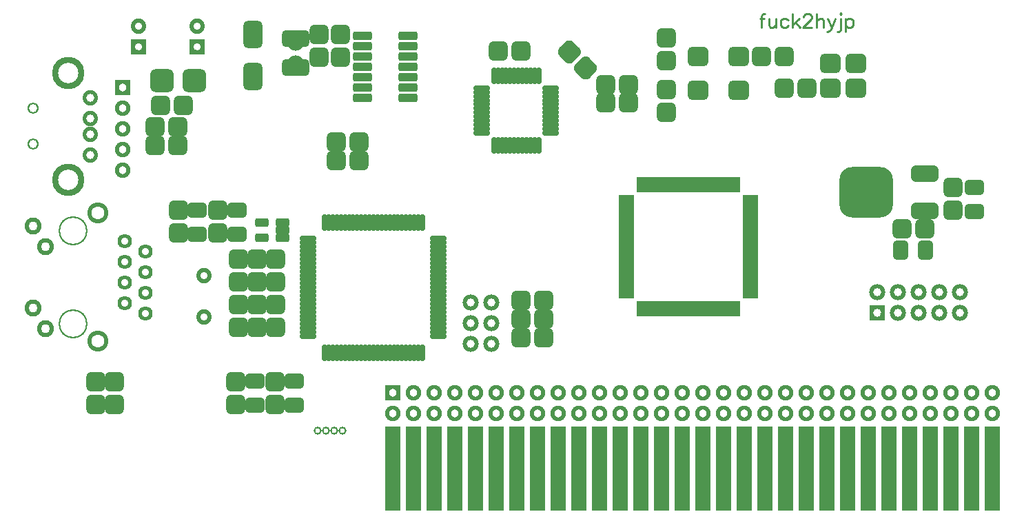
<source format=gts>
G04*
G04  File:            ZXINET.GTS, Tue Jan 09 00:42:33 2018*
G04  Source:          P-CAD 2006 PCB, Version 19.02.958, (Z:\home\lvd\d\zxiznet\pcad\revC\zxinet.pcb)*
G04  Format:          Gerber Format (RS-274-D), ASCII*
G04*
G04  Format Options:  Absolute Positioning*
G04                   Leading-Zero Suppression*
G04                   Scale Factor 1:1*
G04                   NO Circular Interpolation*
G04                   Millimeter Units*
G04                   Numeric Format: 4.4 (XXXX.XXXX)*
G04                   G54 NOT Used for Aperture Change*
G04                   Apertures Embedded*
G04*
G04  File Options:    Offset = (0.000mm,0.000mm)*
G04                   Drill Symbol Size = 2.032mm*
G04                   No Pad/Via Holes*
G04*
G04  File Contents:   Pads*
G04                   No Vias*
G04                   No Designators*
G04                   No Types*
G04                   No Values*
G04                   No Drill Symbols*
G04                   Top Mask*
G04*
%INZXINET.GTS*%
%ICAS*%
%MOMM*%
G04*
G04  Aperture MACROs for general use --- invoked via D-code assignment *
G04*
G04  General MACRO for flashed round with rotation and/or offset hole *
%AMROTOFFROUND*
1,1,$1,0.0000,0.0000*
1,0,$2,$3,$4*%
G04*
G04  General MACRO for flashed oval (obround) with rotation and/or offset hole *
%AMROTOFFOVAL*
21,1,$1,$2,0.0000,0.0000,$3*
1,1,$4,$5,$6*
1,1,$4,0-$5,0-$6*
1,0,$7,$8,$9*%
G04*
G04  General MACRO for flashed oval (obround) with rotation and no hole *
%AMROTOVALNOHOLE*
21,1,$1,$2,0.0000,0.0000,$3*
1,1,$4,$5,$6*
1,1,$4,0-$5,0-$6*%
G04*
G04  General MACRO for flashed rectangle with rotation and/or offset hole *
%AMROTOFFRECT*
21,1,$1,$2,0.0000,0.0000,$3*
1,0,$4,$5,$6*%
G04*
G04  General MACRO for flashed rectangle with rotation and no hole *
%AMROTRECTNOHOLE*
21,1,$1,$2,0.0000,0.0000,$3*%
G04*
G04  General MACRO for flashed rounded-rectangle *
%AMROUNDRECT*
21,1,$1,$2-$4,0.0000,0.0000,$3*
21,1,$1-$4,$2,0.0000,0.0000,$3*
1,1,$4,$5,$6*
1,1,$4,$7,$8*
1,1,$4,0-$5,0-$6*
1,1,$4,0-$7,0-$8*
1,0,$9,$10,$11*%
G04*
G04  General MACRO for flashed rounded-rectangle with rotation and no hole *
%AMROUNDRECTNOHOLE*
21,1,$1,$2-$4,0.0000,0.0000,$3*
21,1,$1-$4,$2,0.0000,0.0000,$3*
1,1,$4,$5,$6*
1,1,$4,$7,$8*
1,1,$4,0-$5,0-$6*
1,1,$4,0-$7,0-$8*%
G04*
G04  General MACRO for flashed regular polygon *
%AMREGPOLY*
5,1,$1,0.0000,0.0000,$2,$3+$4*
1,0,$5,$6,$7*%
G04*
G04  General MACRO for flashed regular polygon with no hole *
%AMREGPOLYNOHOLE*
5,1,$1,0.0000,0.0000,$2,$3+$4*%
G04*
G04  General MACRO for target *
%AMTARGET*
6,0,0,$1,$2,$3,4,$4,$5,$6*%
G04*
G04  General MACRO for mounting hole *
%AMMTHOLE*
1,1,$1,0,0*
1,0,$2,0,0*
$1=$1-$2*
$1=$1/2*
21,1,$2+$1,$3,0,0,$4*
21,1,$3,$2+$1,0,0,$4*%
G04*
G04*
G04  D10 : "Ellipse X0.254mm Y0.254mm H0.000mm 0.0deg (0.000mm,0.000mm) Draw"*
G04  Disc: OuterDia=0.2540*
%ADD10C, 0.2540*%
G04  D11 : "Ellipse X0.381mm Y0.381mm H0.000mm 0.0deg (0.000mm,0.000mm) Draw"*
G04  Disc: OuterDia=0.3810*
%ADD11C, 0.3810*%
G04  D12 : "Ellipse X0.500mm Y0.500mm H0.000mm 0.0deg (0.000mm,0.000mm) Draw"*
G04  Disc: OuterDia=0.5000*
%ADD12C, 0.5000*%
G04  D13 : "Ellipse X0.070mm Y0.070mm H0.000mm 0.0deg (0.000mm,0.000mm) Draw"*
G04  Disc: OuterDia=0.0700*
%ADD13C, 0.0700*%
G04  D14 : "Ellipse X0.600mm Y0.600mm H0.000mm 0.0deg (0.000mm,0.000mm) Draw"*
G04  Disc: OuterDia=0.6000*
%ADD14C, 0.6000*%
G04  D15 : "Ellipse X0.700mm Y0.700mm H0.000mm 0.0deg (0.000mm,0.000mm) Draw"*
G04  Disc: OuterDia=0.7000*
%ADD15C, 0.7000*%
G04  D16 : "Ellipse X0.100mm Y0.100mm H0.000mm 0.0deg (0.000mm,0.000mm) Draw"*
G04  Disc: OuterDia=0.1000*
%ADD16C, 0.1000*%
G04  D17 : "Ellipse X1.000mm Y1.000mm H0.000mm 0.0deg (0.000mm,0.000mm) Draw"*
G04  Disc: OuterDia=1.0000*
%ADD17C, 1.0000*%
G04  D18 : "Ellipse X0.127mm Y0.127mm H0.000mm 0.0deg (0.000mm,0.000mm) Draw"*
G04  Disc: OuterDia=0.1270*
%ADD18C, 0.1270*%
G04  D19 : "Ellipse X0.150mm Y0.150mm H0.000mm 0.0deg (0.000mm,0.000mm) Draw"*
G04  Disc: OuterDia=0.1500*
%ADD19C, 0.1500*%
G04  D20 : "Ellipse X0.200mm Y0.200mm H0.000mm 0.0deg (0.000mm,0.000mm) Draw"*
G04  Disc: OuterDia=0.2000*
%ADD20C, 0.2000*%
G04  D21 : "Ellipse X0.250mm Y0.250mm H0.000mm 0.0deg (0.000mm,0.000mm) Draw"*
G04  Disc: OuterDia=0.2500*
%ADD21C, 0.2500*%
G04  D22 : "Ellipse X0.250mm Y0.250mm H0.000mm 0.0deg (0.000mm,0.000mm) Draw"*
G04  Disc: OuterDia=0.2500*
%ADD22C, 0.2500*%
G04  D23 : "Ellipse X2.581mm Y2.581mm H1.600mm 0.0deg (0.000mm,0.000mm) Flash"*
G04  Donut: OuterDia=2.5810, HoleDia=1.6000*
%ADD23C, 2.5810 X1.6000*%
G04  D24 : "Ellipse X3.581mm Y3.581mm H3.200mm 0.0deg (0.000mm,0.000mm) Flash"*
G04  Donut: OuterDia=3.5810, HoleDia=3.2000*
%ADD24C, 3.5810 X3.2000*%
G04  D25 : "Ellipse X3.600mm Y3.600mm H2.500mm 0.0deg (0.000mm,0.000mm) Flash"*
G04  Donut: OuterDia=3.6000, HoleDia=2.5000*
%ADD25C, 3.6000 X2.5000*%
G04  D26 : "Ellipse X3.981mm Y3.981mm H2.500mm 0.0deg (0.000mm,0.000mm) Flash"*
G04  Donut: OuterDia=3.9810, HoleDia=2.5000*
%ADD26C, 3.9810 X2.5000*%
G04  D27 : "Ellipse X0.981mm Y0.981mm H0.600mm 0.0deg (0.000mm,0.000mm) Flash"*
G04  Donut: OuterDia=0.9810, HoleDia=0.6000*
%ADD27C, 0.9810 X0.6000*%
G04  D28 : "Ellipse X1.381mm Y1.381mm H1.000mm 0.0deg (0.000mm,0.000mm) Flash"*
G04  Donut: OuterDia=1.3810, HoleDia=1.0000*
%ADD28C, 1.3810 X1.0000*%
G04  D29 : "Ellipse X1.400mm Y1.400mm H0.900mm 0.0deg (0.000mm,0.000mm) Flash"*
G04  Donut: OuterDia=1.4000, HoleDia=0.9000*
%ADD29C, 1.4000 X0.9000*%
G04  D30 : "Ellipse X1.500mm Y1.500mm H0.900mm 0.0deg (0.000mm,0.000mm) Flash"*
G04  Donut: OuterDia=1.5000, HoleDia=0.9000*
%ADD30C, 1.5000 X0.9000*%
G04  D31 : "Ellipse X1.500mm Y1.500mm H1.000mm 0.0deg (0.000mm,0.000mm) Flash"*
G04  Donut: OuterDia=1.5000, HoleDia=1.0000*
%ADD31C, 1.5000 X1.0000*%
G04  D32 : "Ellipse X1.524mm Y1.524mm H0.965mm 0.0deg (0.000mm,0.000mm) Flash"*
G04  Donut: OuterDia=1.5240, HoleDia=0.9652*
%ADD32C, 1.5240 X0.9652*%
G04  D33 : "Ellipse X1.600mm Y1.600mm H1.000mm 0.0deg (0.000mm,0.000mm) Flash"*
G04  Donut: OuterDia=1.6000, HoleDia=1.0000*
%ADD33C, 1.6000 X1.0000*%
G04  D34 : "Ellipse X1.700mm Y1.700mm H1.100mm 0.0deg (0.000mm,0.000mm) Flash"*
G04  Donut: OuterDia=1.7000, HoleDia=1.1000*
%ADD34C, 1.7000 X1.1000*%
G04  D35 : "Ellipse X1.781mm Y1.781mm H0.900mm 0.0deg (0.000mm,0.000mm) Flash"*
G04  Donut: OuterDia=1.7810, HoleDia=0.9000*
%ADD35C, 1.7810 X0.9000*%
G04  D36 : "Ellipse X1.881mm Y1.881mm H0.900mm 0.0deg (0.000mm,0.000mm) Flash"*
G04  Donut: OuterDia=1.8810, HoleDia=0.9000*
%ADD36C, 1.8810 X0.9000*%
G04  D37 : "Ellipse X1.881mm Y1.881mm H1.000mm 0.0deg (0.000mm,0.000mm) Flash"*
G04  Donut: OuterDia=1.8810, HoleDia=1.0000*
%ADD37C, 1.8810 X1.0000*%
G04  D38 : "Ellipse X1.905mm Y1.905mm H0.965mm 0.0deg (0.000mm,0.000mm) Flash"*
G04  Donut: OuterDia=1.9050, HoleDia=0.9652*
%ADD38C, 1.9050 X0.9652*%
G04  D39 : "Ellipse X1.981mm Y1.981mm H1.000mm 0.0deg (0.000mm,0.000mm) Flash"*
G04  Donut: OuterDia=1.9810, HoleDia=1.0000*
%ADD39C, 1.9810 X1.0000*%
G04  D40 : "Ellipse X2.081mm Y2.081mm H1.100mm 0.0deg (0.000mm,0.000mm) Flash"*
G04  Donut: OuterDia=2.0810, HoleDia=1.1000*
%ADD40C, 2.0810 X1.1000*%
G04  D41 : "Ellipse X2.200mm Y2.200mm H1.600mm 0.0deg (0.000mm,0.000mm) Flash"*
G04  Donut: OuterDia=2.2000, HoleDia=1.6000*
%ADD41C, 2.2000 X1.6000*%
G04  D42 : "Mounting Hole X3.200mm Y3.200mm H3.200mm 0.0deg (0.000mm,0.000mm) Flash"*
G04  Mounting Hole: Diameter=3.2000, Rotation=0.0, LineWidth=0.1270 *
%ADD42MTHOLE, 3.2000 X2.6920 X0.1270 X0.0*%
G04  D43 : "Mounting Hole X0.600mm Y0.600mm H0.600mm 0.0deg (0.000mm,0.000mm) Flash"*
G04  Mounting Hole: Diameter=0.6000, Rotation=0.0, LineWidth=0.1270 *
%ADD43MTHOLE, 0.6000 X0.0920 X0.1270 X0.0*%
G04  D44 : "Mounting Hole X1.000mm Y1.000mm H1.000mm 0.0deg (0.000mm,0.000mm) Flash"*
G04  Mounting Hole: Diameter=1.0000, Rotation=0.0, LineWidth=0.1270 *
%ADD44MTHOLE, 1.0000 X0.4920 X0.1270 X0.0*%
G04  D45 : "Rounded Rectangle X2.581mm Y2.381mm H0.000mm 0.0deg (0.000mm,0.000mm) Flash"*
G04  RoundRct: DimX=2.5810, DimY=2.3810, CornerRad=0.5953, Rotation=0.0, OffsetX=0.0000, OffsetY=0.0000, HoleDia=0.0000 *
%ADD45ROUNDRECTNOHOLE, 2.5810 X2.3810 X0.0 X1.1905 X-0.6953 X-0.5953 X-0.6953 X0.5953*%
G04  D46 : "Rounded Rectangle X2.881mm Y2.881mm H0.000mm 0.0deg (0.000mm,0.000mm) Flash"*
G04  RoundRct: DimX=2.8810, DimY=2.8810, CornerRad=0.7203, Rotation=0.0, OffsetX=0.0000, OffsetY=0.0000, HoleDia=0.0000 *
%ADD46ROUNDRECTNOHOLE, 2.8810 X2.8810 X0.0 X1.4405 X-0.7203 X-0.7203 X-0.7203 X0.7203*%
G04  D47 : "Rounded Rectangle X3.000mm Y1.600mm H0.000mm 0.0deg (0.000mm,0.000mm) Flash"*
G04  RoundRct: DimX=3.0000, DimY=1.6000, CornerRad=0.4000, Rotation=0.0, OffsetX=0.0000, OffsetY=0.0000, HoleDia=0.0000 *
%ADD47ROUNDRECTNOHOLE, 3.0000 X1.6000 X0.0 X0.8000 X-1.1000 X-0.4000 X-1.1000 X0.4000*%
G04  D48 : "Rounded Rectangle X2.000mm Y3.000mm H0.000mm 0.0deg (0.000mm,0.000mm) Flash"*
G04  RoundRct: DimX=2.0000, DimY=3.0000, CornerRad=0.5000, Rotation=0.0, OffsetX=0.0000, OffsetY=0.0000, HoleDia=0.0000 *
%ADD48ROUNDRECTNOHOLE, 2.0000 X3.0000 X0.0 X1.0000 X-0.5000 X-1.0000 X-0.5000 X1.0000*%
G04  D49 : "Rounded Rectangle X3.381mm Y1.981mm H0.000mm 0.0deg (0.000mm,0.000mm) Flash"*
G04  RoundRct: DimX=3.3810, DimY=1.9810, CornerRad=0.4953, Rotation=0.0, OffsetX=0.0000, OffsetY=0.0000, HoleDia=0.0000 *
%ADD49ROUNDRECTNOHOLE, 3.3810 X1.9810 X0.0 X0.9905 X-1.1953 X-0.4953 X-1.1953 X0.4953*%
G04  D50 : "Rounded Rectangle X2.381mm Y3.381mm H0.000mm 0.0deg (0.000mm,0.000mm) Flash"*
G04  RoundRct: DimX=2.3810, DimY=3.3810, CornerRad=0.5953, Rotation=0.0, OffsetX=0.0000, OffsetY=0.0000, HoleDia=0.0000 *
%ADD50ROUNDRECTNOHOLE, 2.3810 X3.3810 X0.0 X1.1905 X-0.5953 X-1.0953 X-0.5953 X1.0953*%
G04  D51 : "Rounded Rectangle X2.000mm Y0.500mm H0.000mm 0.0deg (0.000mm,0.000mm) Flash"*
G04  RoundRct: DimX=2.0000, DimY=0.5000, CornerRad=0.1250, Rotation=0.0, OffsetX=0.0000, OffsetY=0.0000, HoleDia=0.0000 *
%ADD51ROUNDRECTNOHOLE, 2.0000 X0.5000 X0.0 X0.2500 X-0.8750 X-0.1250 X-0.8750 X0.1250*%
G04  D52 : "Rounded Rectangle X6.200mm Y5.800mm H0.000mm 0.0deg (0.000mm,0.000mm) Flash"*
G04  RoundRct: DimX=6.2000, DimY=5.8000, CornerRad=1.4500, Rotation=0.0, OffsetX=0.0000, OffsetY=0.0000, HoleDia=0.0000 *
%ADD52ROUNDRECTNOHOLE, 6.2000 X5.8000 X0.0 X2.9000 X-1.6500 X-1.4500 X-1.6500 X1.4500*%
G04  D53 : "Rounded Rectangle X6.581mm Y6.181mm H0.000mm 0.0deg (0.000mm,0.000mm) Flash"*
G04  RoundRct: DimX=6.5810, DimY=6.1810, CornerRad=1.5453, Rotation=0.0, OffsetX=0.0000, OffsetY=0.0000, HoleDia=0.0000 *
%ADD53ROUNDRECTNOHOLE, 6.5810 X6.1810 X0.0 X3.0905 X-1.7453 X-1.5453 X-1.7453 X1.5453*%
G04  D54 : "Rounded Rectangle X1.300mm Y0.700mm H0.000mm 0.0deg (0.000mm,0.000mm) Flash"*
G04  RoundRct: DimX=1.3000, DimY=0.7000, CornerRad=0.1750, Rotation=0.0, OffsetX=0.0000, OffsetY=0.0000, HoleDia=0.0000 *
%ADD54ROUNDRECTNOHOLE, 1.3000 X0.7000 X0.0 X0.3500 X-0.4750 X-0.1750 X-0.4750 X0.1750*%
G04  D55 : "Rounded Rectangle X2.381mm Y0.881mm H0.000mm 0.0deg (0.000mm,0.000mm) Flash"*
G04  RoundRct: DimX=2.3810, DimY=0.8810, CornerRad=0.2203, Rotation=0.0, OffsetX=0.0000, OffsetY=0.0000, HoleDia=0.0000 *
%ADD55ROUNDRECTNOHOLE, 2.3810 X0.8810 X0.0 X0.4405 X-0.9703 X-0.2203 X-0.9703 X0.2203*%
G04  D56 : "Rounded Rectangle X1.681mm Y1.081mm H0.000mm 0.0deg (0.000mm,0.000mm) Flash"*
G04  RoundRct: DimX=1.6810, DimY=1.0810, CornerRad=0.2703, Rotation=0.0, OffsetX=0.0000, OffsetY=0.0000, HoleDia=0.0000 *
%ADD56ROUNDRECTNOHOLE, 1.6810 X1.0810 X0.0 X0.5405 X-0.5702 X-0.2703 X-0.5702 X0.2703*%
G04  D57 : "Rounded Rectangle X1.500mm Y2.000mm H0.000mm 0.0deg (0.000mm,0.000mm) Flash"*
G04  RoundRct: DimX=1.5000, DimY=2.0000, CornerRad=0.3750, Rotation=0.0, OffsetX=0.0000, OffsetY=0.0000, HoleDia=0.0000 *
%ADD57ROUNDRECTNOHOLE, 1.5000 X2.0000 X0.0 X0.7500 X-0.3750 X-0.6250 X-0.3750 X0.6250*%
G04  D58 : "Rounded Rectangle X2.000mm Y1.500mm H0.000mm 0.0deg (0.000mm,0.000mm) Flash"*
G04  RoundRct: DimX=2.0000, DimY=1.5000, CornerRad=0.3750, Rotation=0.0, OffsetX=0.0000, OffsetY=0.0000, HoleDia=0.0000 *
%ADD58ROUNDRECTNOHOLE, 2.0000 X1.5000 X0.0 X0.7500 X-0.6250 X-0.3750 X-0.6250 X0.3750*%
G04  D59 : "Rounded Rectangle X1.600mm Y0.300mm H0.000mm 0.0deg (0.000mm,0.000mm) Flash"*
G04  RoundRct: DimX=1.6000, DimY=0.3000, CornerRad=0.0750, Rotation=0.0, OffsetX=0.0000, OffsetY=0.0000, HoleDia=0.0000 *
%ADD59ROUNDRECTNOHOLE, 1.6000 X0.3000 X0.0 X0.1500 X-0.7250 X-0.0750 X-0.7250 X0.0750*%
G04  D60 : "Rounded Rectangle X0.300mm Y1.600mm H0.000mm 0.0deg (0.000mm,0.000mm) Flash"*
G04  RoundRct: DimX=0.3000, DimY=1.6000, CornerRad=0.0750, Rotation=0.0, OffsetX=0.0000, OffsetY=0.0000, HoleDia=0.0000 *
%ADD60ROUNDRECTNOHOLE, 0.3000 X1.6000 X0.0 X0.1500 X-0.0750 X-0.7250 X-0.0750 X0.7250*%
G04  D61 : "Rounded Rectangle X3.000mm Y1.700mm H0.000mm 0.0deg (0.000mm,0.000mm) Flash"*
G04  RoundRct: DimX=3.0000, DimY=1.7000, CornerRad=0.4250, Rotation=0.0, OffsetX=0.0000, OffsetY=0.0000, HoleDia=0.0000 *
%ADD61ROUNDRECTNOHOLE, 3.0000 X1.7000 X0.0 X0.8500 X-1.0750 X-0.4250 X-1.0750 X0.4250*%
G04  D62 : "Rounded Rectangle X1.881mm Y2.381mm H0.000mm 0.0deg (0.000mm,0.000mm) Flash"*
G04  RoundRct: DimX=1.8810, DimY=2.3810, CornerRad=0.4703, Rotation=0.0, OffsetX=0.0000, OffsetY=0.0000, HoleDia=0.0000 *
%ADD62ROUNDRECTNOHOLE, 1.8810 X2.3810 X0.0 X0.9405 X-0.4703 X-0.7203 X-0.4703 X0.7203*%
G04  D63 : "Rounded Rectangle X2.381mm Y1.881mm H0.000mm 0.0deg (0.000mm,0.000mm) Flash"*
G04  RoundRct: DimX=2.3810, DimY=1.8810, CornerRad=0.4703, Rotation=0.0, OffsetX=0.0000, OffsetY=0.0000, HoleDia=0.0000 *
%ADD63ROUNDRECTNOHOLE, 2.3810 X1.8810 X0.0 X0.9405 X-0.7203 X-0.4703 X-0.7203 X0.4703*%
G04  D64 : "Rounded Rectangle X1.981mm Y0.681mm H0.000mm 0.0deg (0.000mm,0.000mm) Flash"*
G04  RoundRct: DimX=1.9810, DimY=0.6810, CornerRad=0.1703, Rotation=0.0, OffsetX=0.0000, OffsetY=0.0000, HoleDia=0.0000 *
%ADD64ROUNDRECTNOHOLE, 1.9810 X0.6810 X0.0 X0.3405 X-0.8203 X-0.1703 X-0.8203 X0.1703*%
G04  D65 : "Rounded Rectangle X0.681mm Y1.981mm H0.000mm 0.0deg (0.000mm,0.000mm) Flash"*
G04  RoundRct: DimX=0.6810, DimY=1.9810, CornerRad=0.1703, Rotation=0.0, OffsetX=0.0000, OffsetY=0.0000, HoleDia=0.0000 *
%ADD65ROUNDRECTNOHOLE, 0.6810 X1.9810 X0.0 X0.3405 X-0.1703 X-0.8203 X-0.1703 X0.8203*%
G04  D66 : "Rounded Rectangle X3.000mm Y2.000mm H0.000mm 0.0deg (0.000mm,0.000mm) Flash"*
G04  RoundRct: DimX=3.0000, DimY=2.0000, CornerRad=0.5000, Rotation=0.0, OffsetX=0.0000, OffsetY=0.0000, HoleDia=0.0000 *
%ADD66ROUNDRECTNOHOLE, 3.0000 X2.0000 X0.0 X1.0000 X-1.0000 X-0.5000 X-1.0000 X0.5000*%
G04  D67 : "Rounded Rectangle X2.000mm Y0.650mm H0.000mm 0.0deg (0.000mm,0.000mm) Flash"*
G04  RoundRct: DimX=2.0000, DimY=0.6500, CornerRad=0.1625, Rotation=0.0, OffsetX=0.0000, OffsetY=0.0000, HoleDia=0.0000 *
%ADD67ROUNDRECTNOHOLE, 2.0000 X0.6500 X0.0 X0.3250 X-0.8375 X-0.1625 X-0.8375 X0.1625*%
G04  D68 : "Rounded Rectangle X2.000mm Y2.000mm H0.000mm 0.0deg (0.000mm,0.000mm) Flash"*
G04  RoundRct: DimX=2.0000, DimY=2.0000, CornerRad=0.5000, Rotation=0.0, OffsetX=0.0000, OffsetY=0.0000, HoleDia=0.0000 *
%ADD68ROUNDRECTNOHOLE, 2.0000 X2.0000 X0.0 X1.0000 X-0.5000 X-0.5000 X-0.5000 X0.5000*%
G04  D69 : "Rounded Rectangle X3.381mm Y2.081mm H0.000mm 0.0deg (0.000mm,0.000mm) Flash"*
G04  RoundRct: DimX=3.3810, DimY=2.0810, CornerRad=0.5202, Rotation=0.0, OffsetX=0.0000, OffsetY=0.0000, HoleDia=0.0000 *
%ADD69ROUNDRECTNOHOLE, 3.3810 X2.0810 X0.0 X1.0405 X-1.1703 X-0.5202 X-1.1703 X0.5202*%
G04  D70 : "Rounded Rectangle X2.200mm Y2.000mm H0.000mm 0.0deg (0.000mm,0.000mm) Flash"*
G04  RoundRct: DimX=2.2000, DimY=2.0000, CornerRad=0.5000, Rotation=0.0, OffsetX=0.0000, OffsetY=0.0000, HoleDia=0.0000 *
%ADD70ROUNDRECTNOHOLE, 2.2000 X2.0000 X0.0 X1.0000 X-0.6000 X-0.5000 X-0.6000 X0.5000*%
G04  D71 : "Rounded Rectangle X3.381mm Y2.381mm H0.000mm 0.0deg (0.000mm,0.000mm) Flash"*
G04  RoundRct: DimX=3.3810, DimY=2.3810, CornerRad=0.5953, Rotation=0.0, OffsetX=0.0000, OffsetY=0.0000, HoleDia=0.0000 *
%ADD71ROUNDRECTNOHOLE, 3.3810 X2.3810 X0.0 X1.1905 X-1.0953 X-0.5953 X-1.0953 X0.5953*%
G04  D72 : "Rounded Rectangle X2.381mm Y1.031mm H0.000mm 0.0deg (0.000mm,0.000mm) Flash"*
G04  RoundRct: DimX=2.3810, DimY=1.0310, CornerRad=0.2578, Rotation=0.0, OffsetX=0.0000, OffsetY=0.0000, HoleDia=0.0000 *
%ADD72ROUNDRECTNOHOLE, 2.3810 X1.0310 X0.0 X0.5155 X-0.9328 X-0.2578 X-0.9328 X0.2578*%
G04  D73 : "Rounded Rectangle X2.381mm Y2.381mm H0.000mm 0.0deg (0.000mm,0.000mm) Flash"*
G04  RoundRct: DimX=2.3810, DimY=2.3810, CornerRad=0.5953, Rotation=0.0, OffsetX=0.0000, OffsetY=0.0000, HoleDia=0.0000 *
%ADD73ROUNDRECTNOHOLE, 2.3810 X2.3810 X0.0 X1.1905 X-0.5953 X-0.5953 X-0.5953 X0.5953*%
G04  D74 : "Rounded Rectangle X2.500mm Y2.500mm H0.000mm 0.0deg (0.000mm,0.000mm) Flash"*
G04  RoundRct: DimX=2.5000, DimY=2.5000, CornerRad=0.6250, Rotation=0.0, OffsetX=0.0000, OffsetY=0.0000, HoleDia=0.0000 *
%ADD74ROUNDRECTNOHOLE, 2.5000 X2.5000 X0.0 X1.2500 X-0.6250 X-0.6250 X-0.6250 X0.6250*%
G04  D75 : "Rectangle X1.500mm Y10.000mm H0.000mm 0.0deg (0.000mm,0.000mm) Flash"*
G04  Rectangular: DimX=1.5000, DimY=10.0000, Rotation=0.0, OffsetX=0.0000, OffsetY=0.0000, HoleDia=0.0000 *
%ADD75R, 1.5000 X10.0000*%
G04  D76 : "Rectangle X1.500mm Y1.500mm H0.900mm 0.0deg (0.000mm,0.000mm) Flash"*
G04  Square: Side=1.5000, Rotation=0.0, OffsetX=0.0000, OffsetY=0.0000, HoleDia=0.9000*
%ADD76R, 1.5000 X1.5000 X0.9000*%
G04  D77 : "Rectangle X1.524mm Y1.524mm H0.965mm 0.0deg (0.000mm,0.000mm) Flash"*
G04  Square: Side=1.5240, Rotation=0.0, OffsetX=0.0000, OffsetY=0.0000, HoleDia=0.9652*
%ADD77R, 1.5240 X1.5240 X0.9652*%
G04  D78 : "Rectangle X1.600mm Y0.300mm H0.000mm 0.0deg (0.000mm,0.000mm) Flash"*
G04  Rectangular: DimX=1.6000, DimY=0.3000, Rotation=0.0, OffsetX=0.0000, OffsetY=0.0000, HoleDia=0.0000 *
%ADD78R, 1.6000 X0.3000*%
G04  D79 : "Rectangle X0.300mm Y1.600mm H0.000mm 0.0deg (0.000mm,0.000mm) Flash"*
G04  Rectangular: DimX=0.3000, DimY=1.6000, Rotation=0.0, OffsetX=0.0000, OffsetY=0.0000, HoleDia=0.0000 *
%ADD79R, 0.3000 X1.6000*%
G04  D80 : "Rectangle X1.600mm Y1.600mm H1.000mm 0.0deg (0.000mm,0.000mm) Flash"*
G04  Square: Side=1.6000, Rotation=0.0, OffsetX=0.0000, OffsetY=0.0000, HoleDia=1.0000*
%ADD80R, 1.6000 X1.6000 X1.0000*%
G04  D81 : "Rectangle X1.881mm Y10.381mm H0.000mm 0.0deg (0.000mm,0.000mm) Flash"*
G04  Rectangular: DimX=1.8810, DimY=10.3810, Rotation=0.0, OffsetX=0.0000, OffsetY=0.0000, HoleDia=0.0000 *
%ADD81R, 1.8810 X10.3810*%
G04  D82 : "Rectangle X1.881mm Y1.881mm H0.900mm 0.0deg (0.000mm,0.000mm) Flash"*
G04  Square: Side=1.8810, Rotation=0.0, OffsetX=0.0000, OffsetY=0.0000, HoleDia=0.9000*
%ADD82R, 1.8810 X1.8810 X0.9000*%
G04  D83 : "Rectangle X1.905mm Y1.905mm H0.965mm 0.0deg (0.000mm,0.000mm) Flash"*
G04  Square: Side=1.9050, Rotation=0.0, OffsetX=0.0000, OffsetY=0.0000, HoleDia=0.9652*
%ADD83R, 1.9050 X1.9050 X0.9652*%
G04  D84 : "Rectangle X1.981mm Y0.681mm H0.000mm 0.0deg (0.000mm,0.000mm) Flash"*
G04  Rectangular: DimX=1.9810, DimY=0.6810, Rotation=0.0, OffsetX=0.0000, OffsetY=0.0000, HoleDia=0.0000 *
%ADD84R, 1.9810 X0.6810*%
G04  D85 : "Rectangle X0.681mm Y1.981mm H0.000mm 0.0deg (0.000mm,0.000mm) Flash"*
G04  Rectangular: DimX=0.6810, DimY=1.9810, Rotation=0.0, OffsetX=0.0000, OffsetY=0.0000, HoleDia=0.0000 *
%ADD85R, 0.6810 X1.9810*%
G04  D86 : "Rectangle X1.981mm Y1.981mm H1.000mm 0.0deg (0.000mm,0.000mm) Flash"*
G04  Square: Side=1.9810, Rotation=0.0, OffsetX=0.0000, OffsetY=0.0000, HoleDia=1.0000*
%ADD86R, 1.9810 X1.9810 X1.0000*%
G04  D87 : "Ellipse X5.500mm Y5.500mm H3.500mm 0.0deg (0.000mm,0.000mm) Flash"*
G04  Donut: OuterDia=5.5000, HoleDia=3.5000*
%ADD87C, 5.5000 X3.5000*%
G04  D88 : "Ellipse X5.881mm Y5.881mm H3.500mm 0.0deg (0.000mm,0.000mm) Flash"*
G04  Donut: OuterDia=5.8810, HoleDia=3.5000*
%ADD88C, 5.8810 X3.5000*%
G04  D89 : "Ellipse X1.000mm Y1.000mm H0.500mm 0.0deg (0.000mm,0.000mm) Flash"*
G04  Donut: OuterDia=1.0000, HoleDia=0.5000*
%ADD89C, 1.0000 X0.5000*%
G04  D90 : "Ellipse X1.381mm Y1.381mm H0.500mm 0.0deg (0.000mm,0.000mm) Flash"*
G04  Donut: OuterDia=1.3810, HoleDia=0.5000*
%ADD90C, 1.3810 X0.5000*%
G04*
%FSLAX44Y44*%
%SFA1B1*%
%OFA0.000B0.000*%
G04*
G71*
G90*
G01*
D2*
%LNTop Mask*%
D10*
X1115937Y4542225*
X1114350D1*
X1112762Y4541431*
X1111968Y4539050*
Y4525556*
X1109587Y4536668D2*
X1115143D1*
X1120700D2*
Y4528731D1*
X1121493Y4526350*
X1123081Y4525556*
X1125462*
X1127050Y4526350*
X1129431Y4528731*
Y4536668D2*
Y4525556D1*
X1144512Y4534287D2*
X1142924Y4535875D1*
X1141337Y4536668*
X1138956*
X1137368Y4535875*
X1135781Y4534287*
X1134987Y4531906*
Y4530318*
X1135781Y4527937*
X1137368Y4526350*
X1138956Y4525556*
X1141337*
X1142924Y4526350*
X1144512Y4527937*
X1150068Y4542225D2*
Y4525556D1*
X1158006Y4536668D2*
X1150068Y4528731D1*
X1153243Y4531906D2*
X1158799Y4525556D1*
X1163562Y4538256D2*
Y4539050D1*
X1164356Y4540637*
X1165150Y4541431*
X1166737Y4542225*
X1169912*
X1171500Y4541431*
X1172293Y4540637*
X1173087Y4539050*
Y4537462*
X1172293Y4535875*
X1170706Y4533493*
X1162768Y4525556*
X1173881*
X1179437Y4542225D2*
Y4525556D1*
Y4533493D2*
X1181818Y4535875D1*
X1183406Y4536668*
X1185787*
X1187375Y4535875*
X1188168Y4533493*
Y4525556*
X1192931Y4536668D2*
X1197693Y4525556D1*
X1196106Y4522381*
X1194518Y4520793*
X1192931Y4520000*
X1192137*
X1202456Y4536668D2*
X1197693Y4525556D1*
X1208012Y4542225D2*
X1208806Y4541431D1*
X1209599Y4542225*
X1208806Y4543018*
X1208012Y4542225*
X1208806Y4536668D2*
Y4523175D1*
X1208012Y4520793*
X1206424Y4520000*
X1204837*
X1215156Y4536668D2*
Y4520000D1*
Y4534287D2*
X1216743Y4535875D1*
X1218331Y4536668*
X1220712*
X1222299Y4535875*
X1223887Y4534287*
X1224681Y4531906*
Y4530318*
X1223887Y4527937*
X1222299Y4526350*
X1220712Y4525556*
X1218331*
X1216743Y4526350*
X1215156Y4527937*
D2*
D73*
X514000Y4062000D3*
Y4089940D3*
D63*
X489000Y4091000D3*
Y4061000D3*
D73*
X515000Y4213000D3*
Y4240940D3*
X492000Y4213000D3*
Y4240940D3*
D27*
X596500Y4030500D3*
X586500D3*
X576500D3*
X566500D3*
D73*
X1347000Y4329000D3*
Y4301060D3*
D36*
X346000Y4527000D3*
D82*
Y4501600D3*
D36*
X427000Y4170200D3*
Y4221000D3*
X418000Y4527000D3*
D82*
Y4501600D3*
D73*
X492000Y4157000D3*
Y4184940D3*
X515000Y4157000D3*
Y4184940D3*
X594000Y4489000D3*
Y4516940D3*
X568000Y4489000D3*
Y4516940D3*
X816000Y4497000D3*
X788060D3*
D10*
X871907Y4484258*
X878678D1*
X870655Y4485476D2*
X879930D1*
X869437Y4486694D2*
X881148D1*
X868219Y4487911D2*
X882365D1*
X867002Y4489129D2*
X883583D1*
X865784Y4490346D2*
X884801D1*
X864567Y4491564D2*
X886018D1*
X863457Y4492782D2*
X887128D1*
X862804Y4493999D2*
X887781D1*
X862501Y4495217D2*
X888084D1*
X862486Y4496434D2*
X888099D1*
X862766Y4497652D2*
X887819D1*
X863379Y4498870D2*
X887206D1*
X864461Y4500087D2*
X886124D1*
X865679Y4501305D2*
X884906D1*
X866896Y4502522D2*
X883688D1*
X868114Y4503740D2*
X882471D1*
X869332Y4504958D2*
X881253D1*
X870549Y4506175D2*
X880036D1*
X871791Y4507393D2*
X878794D1*
X874242Y4508610D2*
X876343D1*
X886573Y4492118D2*
X886923Y4492505D1*
X887234Y4492924*
X887502Y4493372*
X887725Y4493843*
X887901Y4494335*
X888028Y4494841*
X888104Y4495357*
X888130Y4495878*
X888104Y4496399*
X888028Y4496916*
X887901Y4497422*
X887725Y4497913*
X887502Y4498385*
X887234Y4498832*
X886923Y4499252*
X886573Y4499638*
X879052Y4507158*
X878666Y4507509*
X878247Y4507820*
X877799Y4508088*
X877327Y4508311*
X876836Y4508487*
X876330Y4508614*
X875814Y4508690*
X875292Y4508716*
X874771Y4508690*
X874255Y4508614*
X873749Y4508487*
X873258Y4508311*
X872786Y4508088*
X872338Y4507820*
X871919Y4507509*
X871532Y4507158*
X864012Y4499638*
X863662Y4499252*
X863351Y4498832*
X863083Y4498385*
X862860Y4497913*
X862684Y4497422*
X862557Y4496916*
X862480Y4496399*
X862455Y4495878*
X862480Y4495357*
X862557Y4494841*
X862684Y4494335*
X862860Y4493843*
X863083Y4493372*
X863351Y4492924*
X863662Y4492505*
X864012Y4492118*
X871532Y4484598*
X871919Y4484248*
X872338Y4483937*
X872786Y4483669*
X873258Y4483445*
X873749Y4483270*
X874255Y4483143*
X874771Y4483066*
X875292Y4483041*
X875814Y4483066*
X876330Y4483143*
X876836Y4483270*
X877327Y4483445*
X877799Y4483669*
X878247Y4483937*
X878666Y4484248*
X879052Y4484598*
X886573Y4492118*
X891664Y4464502D2*
X898434D1*
X890411Y4465719D2*
X899687D1*
X889194Y4466937D2*
X900904D1*
X887976Y4468155D2*
X902122D1*
X886758Y4469372D2*
X903340D1*
X885541Y4470590D2*
X904557D1*
X884323Y4471807D2*
X905775D1*
X883213Y4473025D2*
X906885D1*
X882560Y4474243D2*
X907538D1*
X882258Y4475460D2*
X907840D1*
X882242Y4476678D2*
X907856D1*
X882523Y4477895D2*
X907575D1*
X883135Y4479113D2*
X906963D1*
X884218Y4480331D2*
X905880D1*
X885435Y4481548D2*
X904663D1*
X886653Y4482766D2*
X903445D1*
X887871Y4483983D2*
X902227D1*
X889088Y4485201D2*
X901010D1*
X890306Y4486419D2*
X899792D1*
X891548Y4487636D2*
X898550D1*
X893999Y4488854D2*
X896099D1*
X906329Y4472362D2*
X906680Y4472748D1*
X906990Y4473167*
X907259Y4473615*
X907482Y4474087*
X907658Y4474578*
X907784Y4475084*
X907861Y4475600*
X907887Y4476122*
X907861Y4476643*
X907784Y4477159*
X907658Y4477665*
X907482Y4478157*
X907259Y4478628*
X906990Y4479076*
X906680Y4479495*
X906329Y4479882*
X898809Y4487402*
X898422Y4487752*
X898003Y4488063*
X897556Y4488331*
X897084Y4488554*
X896593Y4488730*
X896086Y4488857*
X895570Y4488934*
X895049Y4488959*
X894528Y4488934*
X894012Y4488857*
X893506Y4488730*
X893014Y4488554*
X892542Y4488331*
X892095Y4488063*
X891676Y4487752*
X891289Y4487402*
X883769Y4479882*
X883418Y4479495*
X883108Y4479076*
X882839Y4478628*
X882616Y4478157*
X882440Y4477665*
X882314Y4477159*
X882237Y4476643*
X882212Y4476122*
X882237Y4475600*
X882314Y4475084*
X882440Y4474578*
X882616Y4474087*
X882839Y4473615*
X883108Y4473167*
X883418Y4472748*
X883769Y4472362*
X891289Y4464842*
X891676Y4464491*
X892095Y4464180*
X892542Y4463912*
X893014Y4463689*
X893506Y4463513*
X894012Y4463386*
X894528Y4463310*
X895049Y4463284*
X895570Y4463310*
X896086Y4463386*
X896593Y4463513*
X897084Y4463689*
X897556Y4463912*
X898003Y4464180*
X898422Y4464491*
X898809Y4464842*
X906329Y4472362*
D2*
D73*
X444000Y4273000D3*
Y4300940D3*
D63*
X418000Y4301000D3*
Y4271000D3*
D73*
X395000Y4301000D3*
Y4273060D3*
X294000Y4090000D3*
Y4062060D3*
X317000Y4090000D3*
Y4062060D3*
X466000Y4090000D3*
Y4062060D3*
D63*
X538000Y4091000D3*
Y4061000D3*
D73*
X469000Y4213000D3*
Y4240940D3*
X617000Y4385000D3*
X589060D3*
X617000Y4362000D3*
X589060D3*
X366560Y4380960D3*
X394500D3*
X366560Y4403820D3*
X394500D3*
D46*
X415000Y4460000D3*
X375000D3*
D39*
X780100Y4162010D3*
X754700D3*
D73*
X816000Y4144000D3*
X843940D3*
X816000Y4167000D3*
X843940D3*
X1140000Y4451000D3*
X1167940D3*
D45*
X1228000D3*
Y4481000D3*
X1196000Y4451000D3*
Y4481000D3*
D62*
X1283000Y4252000D3*
X1313000D3*
D63*
X1373000Y4329000D3*
Y4299000D3*
D37*
X287000Y4369000D3*
Y4439000D3*
Y4414000D3*
Y4394000D3*
D26*
X259900Y4338300D3*
Y4469700D3*
D28*
X217000Y4426000D3*
Y4382000D3*
D73*
X469000Y4185000D3*
Y4157060D3*
D56*
X523500Y4276500D3*
Y4286000D3*
X497500D3*
X523500Y4267000D3*
X497500D3*
D50*
X487000Y4465000D3*
Y4517000D3*
D73*
X401000Y4430000D3*
X373060D3*
D69*
X539000Y4476220D3*
D39*
Y4481300D3*
D69*
Y4511780D3*
D39*
Y4506700D3*
X780100Y4136610D3*
X754700D3*
X780100Y4187410D3*
X754700D3*
D73*
X816000Y4190000D3*
X843940D3*
D65*
X783000Y4466000D3*
X788000D3*
X793000D3*
X798000D3*
X803000D3*
X808000D3*
D64*
X768000Y4426000D3*
Y4431000D3*
Y4436000D3*
Y4441000D3*
Y4446000D3*
Y4451000D3*
D65*
X818000Y4466000D3*
X823000D3*
X828000D3*
X833000D3*
X838000D3*
D64*
X853000Y4451000D3*
Y4446000D3*
Y4441000D3*
Y4436000D3*
Y4431000D3*
Y4426000D3*
D65*
X808000Y4381000D3*
X803000D3*
X798000D3*
X793000D3*
X788000D3*
X783000D3*
D64*
X768000Y4396000D3*
Y4401000D3*
Y4406000D3*
Y4411000D3*
Y4416000D3*
X853000Y4411000D3*
Y4406000D3*
Y4401000D3*
Y4396000D3*
D65*
X833000Y4381000D3*
X828000D3*
X823000D3*
X818000D3*
X838000D3*
D64*
X853000Y4416000D3*
D65*
X813000Y4466000D3*
Y4381000D3*
D64*
X768000Y4421000D3*
X853000D3*
D45*
X1034000Y4448000D3*
Y4490000D3*
X1084000Y4448000D3*
Y4490000D3*
D73*
X1140000D3*
X1112060D3*
X995000Y4421000D3*
Y4448940D3*
Y4513000D3*
Y4485060D3*
X1284000Y4278000D3*
X1311940D3*
D63*
X467000Y4301000D3*
Y4271000D3*
D73*
X920000Y4433000D3*
X947940D3*
X948000Y4455000D3*
X920060D3*
D65*
X655000Y4126000D3*
X660000D3*
X665000D3*
X670000D3*
X675000D3*
X680000D3*
X685000D3*
X690000D3*
X695000D3*
D64*
X715000Y4151000D3*
Y4146000D3*
D65*
X580000Y4126000D3*
X585000D3*
X590000D3*
X595000D3*
X600000D3*
X605000D3*
X610000D3*
X615000D3*
X620000D3*
X625000D3*
X630000D3*
X635000D3*
X640000D3*
X645000D3*
D64*
X555000Y4151000D3*
Y4146000D3*
X715000Y4226000D3*
Y4171000D3*
Y4176000D3*
Y4181000D3*
Y4186000D3*
Y4191000D3*
Y4196000D3*
Y4201000D3*
Y4206000D3*
Y4211000D3*
Y4216000D3*
Y4221000D3*
Y4166000D3*
X555000Y4186000D3*
Y4181000D3*
Y4176000D3*
Y4171000D3*
Y4226000D3*
Y4221000D3*
Y4216000D3*
Y4211000D3*
Y4206000D3*
Y4201000D3*
Y4196000D3*
Y4191000D3*
Y4166000D3*
X715000Y4246000D3*
Y4251000D3*
Y4256000D3*
Y4261000D3*
Y4266000D3*
Y4241000D3*
D65*
X690000Y4286000D3*
X685000D3*
X680000D3*
X675000D3*
X670000D3*
X665000D3*
X660000D3*
X655000D3*
X695000D3*
X615000D3*
X610000D3*
X605000D3*
X600000D3*
X595000D3*
X590000D3*
X585000D3*
X580000D3*
X645000D3*
X640000D3*
X635000D3*
X630000D3*
X625000D3*
X620000D3*
D64*
X555000Y4261000D3*
Y4256000D3*
Y4251000D3*
Y4246000D3*
Y4266000D3*
Y4241000D3*
D65*
X575000Y4126000D3*
X650000D3*
X575000Y4286000D3*
X650000D3*
D64*
X715000Y4156000D3*
Y4231000D3*
Y4236000D3*
Y4161000D3*
X555000Y4156000D3*
Y4231000D3*
Y4161000D3*
Y4236000D3*
D86*
X1254000Y4175000D3*
D39*
Y4200400D3*
X1355600D3*
Y4175000D3*
X1330200D3*
Y4200400D3*
X1304800Y4175000D3*
Y4200400D3*
X1279400Y4175000D3*
Y4200400D3*
D38*
X327000Y4426400D3*
Y4401000D3*
Y4350200D3*
Y4375600D3*
D83*
Y4451800D3*
D72*
X677000Y4515200D3*
Y4502500D3*
Y4477100D3*
Y4489800D3*
Y4451700D3*
Y4439000D3*
X621120Y4515200D3*
Y4502500D3*
Y4477100D3*
Y4489800D3*
Y4451700D3*
Y4439000D3*
X677000Y4464400D3*
X621120D3*
D49*
X1312580Y4300140D3*
Y4345860D3*
D53*
X1240780Y4323000D3*
D85*
X1082000Y4332000D3*
X1077000D3*
X1072000D3*
X1067000D3*
X1062000D3*
X1057000D3*
X1052000D3*
X1047000D3*
X1042000D3*
X1037000D3*
X1032000D3*
X1027000D3*
X1022000D3*
X1017000D3*
X1011999D3*
X1006999D3*
X1001999D3*
X996999D3*
X991999D3*
X986999D3*
X981999D3*
X977000D3*
X972000D3*
X967000D3*
X962000D3*
D84*
X946000Y4316000D3*
Y4311000D3*
Y4306000D3*
Y4301000D3*
Y4296000D3*
Y4291000D3*
Y4286000D3*
Y4281000D3*
Y4276000D3*
Y4271000D3*
Y4266000D3*
Y4260999D3*
Y4255999D3*
Y4250999D3*
Y4245999D3*
Y4240999D3*
Y4235999D3*
Y4230999D3*
Y4226000D3*
Y4221000D3*
Y4216000D3*
Y4211000D3*
Y4206000D3*
Y4201000D3*
Y4196000D3*
D85*
X962000Y4180000D3*
X967000D3*
X972000D3*
X977000D3*
X981999D3*
X986999D3*
X991999D3*
X996999D3*
X1001999D3*
X1006999D3*
X1011999D3*
X1017000D3*
X1022000D3*
X1027000D3*
X1032000D3*
X1037000D3*
X1042000D3*
X1047000D3*
X1052000D3*
X1057000D3*
X1062000D3*
X1067000D3*
X1072000D3*
X1077000D3*
X1082000D3*
D84*
X1098000Y4196000D3*
Y4201000D3*
Y4206000D3*
Y4211000D3*
Y4216000D3*
Y4221000D3*
Y4226000D3*
Y4230999D3*
Y4235999D3*
Y4240999D3*
Y4245999D3*
Y4250999D3*
Y4255999D3*
Y4260999D3*
Y4266000D3*
Y4271000D3*
Y4276000D3*
Y4281000D3*
Y4286000D3*
Y4291000D3*
Y4296000D3*
Y4301000D3*
Y4306000D3*
Y4311000D3*
Y4316000D3*
D23*
X296000Y4139800D3*
D40*
X231700Y4155300D3*
D35*
X329000Y4237600D3*
Y4212200D3*
D23*
X296000Y4297300D3*
D40*
X216500Y4281800D3*
D35*
X354400Y4174100D3*
Y4199500D3*
Y4224900D3*
Y4250300D3*
X329000Y4263000D3*
Y4186800D3*
D40*
X231700Y4256400D3*
X216500Y4180700D3*
D24*
X265500Y4161400D3*
Y4275700D3*
D81*
X658530Y3983860D3*
X709330D3*
X734730D3*
X785530D3*
X810930D3*
X861730D3*
X887130D3*
X937930D3*
X963330D3*
X1014130D3*
X1039530D3*
X1090330D3*
X1115730D3*
X1166530D3*
X1191930D3*
X1242730D3*
X1268130D3*
X1318930D3*
X1344330D3*
X1395130D3*
X683930D3*
X760130D3*
X836330D3*
X912530D3*
X988730D3*
X1064930D3*
X1141130D3*
X1217330D3*
X1293530D3*
X1369730D3*
D38*
X683930Y4076570D3*
D83*
X658530D3*
D38*
X734730D3*
X760130D3*
X810930D3*
X836330D3*
X887130D3*
X912530D3*
X963330D3*
X988730D3*
X1039530D3*
X1064930D3*
X1115730D3*
X1141130D3*
X1191930D3*
X1217330D3*
X1268130D3*
X1293530D3*
X1344330D3*
X1369730D3*
X658530Y4051170D3*
X683930D3*
X734730D3*
X760130D3*
X810930D3*
X836330D3*
X887130D3*
X912530D3*
X963330D3*
X988730D3*
X1039530D3*
X1064930D3*
X1115730D3*
X1141130D3*
X1191930D3*
X1217330D3*
X1268130D3*
X1293530D3*
X1344330D3*
X1369730D3*
X709330Y4076570D3*
X785530D3*
X861730D3*
X937930D3*
X1014130D3*
X1090330D3*
X1166530D3*
X1242730D3*
X1318930D3*
X1395130D3*
X709330Y4051170D3*
X785530D3*
X861730D3*
X937930D3*
X1014130D3*
X1090330D3*
X1166530D3*
X1242730D3*
X1318930D3*
X1395130D3*
D02M02*

</source>
